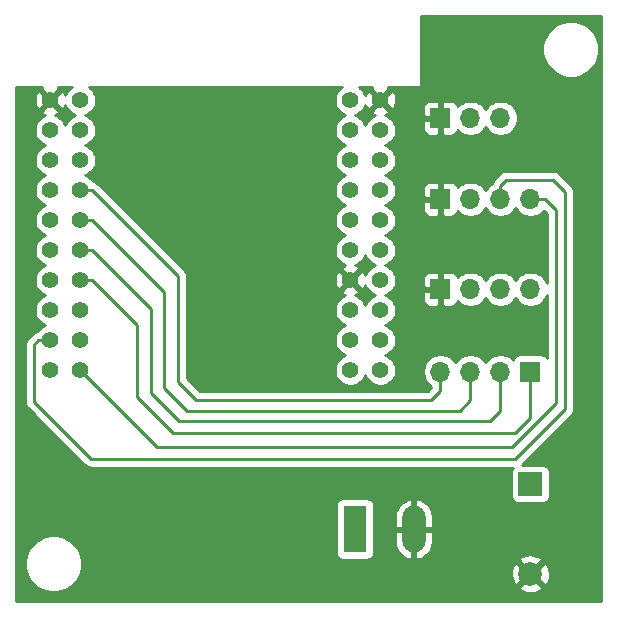
<source format=gbr>
G04 #@! TF.GenerationSoftware,KiCad,Pcbnew,(5.1.5)-3*
G04 #@! TF.CreationDate,2023-03-16T00:37:57+01:00*
G04 #@! TF.ProjectId,barcode_scanner,62617263-6f64-4655-9f73-63616e6e6572,rev?*
G04 #@! TF.SameCoordinates,Original*
G04 #@! TF.FileFunction,Copper,L2,Bot*
G04 #@! TF.FilePolarity,Positive*
%FSLAX46Y46*%
G04 Gerber Fmt 4.6, Leading zero omitted, Abs format (unit mm)*
G04 Created by KiCad (PCBNEW (5.1.5)-3) date 2023-03-16 00:37:57*
%MOMM*%
%LPD*%
G04 APERTURE LIST*
%ADD10R,1.980000X3.960000*%
%ADD11O,1.980000X3.960000*%
%ADD12C,1.400000*%
%ADD13R,1.700000X1.700000*%
%ADD14O,1.700000X1.700000*%
%ADD15C,2.000000*%
%ADD16R,2.000000X2.000000*%
%ADD17C,0.250000*%
%ADD18C,0.254000*%
G04 APERTURE END LIST*
D10*
X169037000Y-120269000D03*
D11*
X174037000Y-120269000D03*
D12*
X171196000Y-106807000D03*
X168656000Y-106807000D03*
X171196000Y-104267000D03*
X168656000Y-104267000D03*
X171196000Y-101727000D03*
X168656000Y-101727000D03*
X171196000Y-99187000D03*
X168656000Y-99187000D03*
X171196000Y-96647000D03*
X168656000Y-96647000D03*
X171196000Y-94107000D03*
X168656000Y-94107000D03*
X171196000Y-91567000D03*
X168656000Y-91567000D03*
X171196000Y-89027000D03*
X168656000Y-89027000D03*
X171196000Y-86487000D03*
X168656000Y-86487000D03*
X171196000Y-83947000D03*
X168656000Y-83947000D03*
X145796000Y-106807000D03*
X143256000Y-106807000D03*
X145796000Y-104267000D03*
X143256000Y-104267000D03*
X145796000Y-101727000D03*
X143256000Y-101727000D03*
X145796000Y-99187000D03*
X143256000Y-99187000D03*
X145796000Y-96647000D03*
X143256000Y-96647000D03*
X145796000Y-94107000D03*
X143256000Y-94107000D03*
X145796000Y-91567000D03*
X143256000Y-91567000D03*
X145796000Y-89027000D03*
X143256000Y-89027000D03*
X145796000Y-86487000D03*
X143256000Y-86487000D03*
X143256000Y-83947000D03*
X145796000Y-83947000D03*
D13*
X176276000Y-92329000D03*
D14*
X178816000Y-92329000D03*
X181356000Y-92329000D03*
X183896000Y-92329000D03*
X183896000Y-99949000D03*
X181356000Y-99949000D03*
X178816000Y-99949000D03*
D13*
X176276000Y-99949000D03*
D14*
X176276000Y-106934000D03*
X178816000Y-106934000D03*
X181356000Y-106934000D03*
D13*
X183896000Y-106934000D03*
D14*
X181356000Y-85471000D03*
X178816000Y-85471000D03*
D13*
X176276000Y-85471000D03*
D15*
X183896000Y-124059000D03*
D16*
X183896000Y-116459000D03*
D17*
X181356000Y-91186000D02*
X181356000Y-92329000D01*
X181864000Y-90678000D02*
X181356000Y-91186000D01*
X186817000Y-91694000D02*
X185801000Y-90678000D01*
X182626000Y-114300000D02*
X186817000Y-110109000D01*
X142240000Y-104267000D02*
X141859000Y-104648000D01*
X186817000Y-110109000D02*
X186817000Y-91694000D01*
X143256000Y-104267000D02*
X142240000Y-104267000D01*
X141859000Y-104648000D02*
X141859000Y-109474000D01*
X185801000Y-90678000D02*
X181864000Y-90678000D01*
X141859000Y-109474000D02*
X146685000Y-114300000D01*
X146685000Y-114300000D02*
X182626000Y-114300000D01*
X152273000Y-113284000D02*
X145796000Y-106807000D01*
X185098081Y-92329000D02*
X186055000Y-93285919D01*
X183896000Y-92329000D02*
X185098081Y-92329000D01*
X186055000Y-93285919D02*
X186055000Y-109601000D01*
X186055000Y-109601000D02*
X182372000Y-113284000D01*
X182372000Y-113284000D02*
X152273000Y-113284000D01*
X146785949Y-99187000D02*
X150622000Y-103023051D01*
X145796000Y-99187000D02*
X146785949Y-99187000D01*
X150622000Y-103023051D02*
X150622000Y-109093000D01*
X150622000Y-109093000D02*
X153670000Y-112141000D01*
X153670000Y-112141000D02*
X182626000Y-112141000D01*
X183896000Y-110871000D02*
X183896000Y-106934000D01*
X182626000Y-112141000D02*
X183896000Y-110871000D01*
X146785949Y-96647000D02*
X151765000Y-101626051D01*
X145796000Y-96647000D02*
X146785949Y-96647000D01*
X151765000Y-101626051D02*
X151765000Y-108712000D01*
X151765000Y-108712000D02*
X154178000Y-111125000D01*
X154178000Y-111125000D02*
X180467000Y-111125000D01*
X181356000Y-110236000D02*
X181356000Y-106934000D01*
X180467000Y-111125000D02*
X181356000Y-110236000D01*
X146785949Y-94107000D02*
X152908000Y-100229051D01*
X145796000Y-94107000D02*
X146785949Y-94107000D01*
X152908000Y-100229051D02*
X152908000Y-108331000D01*
X152908000Y-108331000D02*
X154813000Y-110236000D01*
X154813000Y-110236000D02*
X177927000Y-110236000D01*
X178816000Y-109347000D02*
X178816000Y-106934000D01*
X177927000Y-110236000D02*
X178816000Y-109347000D01*
X146785949Y-91567000D02*
X154051000Y-98832051D01*
X145796000Y-91567000D02*
X146785949Y-91567000D01*
X154051000Y-98832051D02*
X154051000Y-107823000D01*
X154051000Y-107823000D02*
X155575000Y-109347000D01*
X155575000Y-109347000D02*
X175514000Y-109347000D01*
X176276000Y-108585000D02*
X176276000Y-106934000D01*
X175514000Y-109347000D02*
X176276000Y-108585000D01*
D18*
G36*
X189840000Y-126340000D02*
G01*
X140360000Y-126340000D01*
X140360000Y-122979818D01*
X141091701Y-122979818D01*
X141091701Y-123456182D01*
X141184635Y-123923392D01*
X141366931Y-124363494D01*
X141631585Y-124759576D01*
X141968424Y-125096415D01*
X142364506Y-125361069D01*
X142804608Y-125543365D01*
X143271818Y-125636299D01*
X143748182Y-125636299D01*
X144215392Y-125543365D01*
X144655494Y-125361069D01*
X144904911Y-125194413D01*
X182940192Y-125194413D01*
X183035956Y-125458814D01*
X183325571Y-125599704D01*
X183637108Y-125681384D01*
X183958595Y-125700718D01*
X184277675Y-125656961D01*
X184582088Y-125551795D01*
X184756044Y-125458814D01*
X184851808Y-125194413D01*
X183896000Y-124238605D01*
X182940192Y-125194413D01*
X144904911Y-125194413D01*
X145051576Y-125096415D01*
X145388415Y-124759576D01*
X145653069Y-124363494D01*
X145753266Y-124121595D01*
X182254282Y-124121595D01*
X182298039Y-124440675D01*
X182403205Y-124745088D01*
X182496186Y-124919044D01*
X182760587Y-125014808D01*
X183716395Y-124059000D01*
X184075605Y-124059000D01*
X185031413Y-125014808D01*
X185295814Y-124919044D01*
X185436704Y-124629429D01*
X185518384Y-124317892D01*
X185537718Y-123996405D01*
X185493961Y-123677325D01*
X185388795Y-123372912D01*
X185295814Y-123198956D01*
X185031413Y-123103192D01*
X184075605Y-124059000D01*
X183716395Y-124059000D01*
X182760587Y-123103192D01*
X182496186Y-123198956D01*
X182355296Y-123488571D01*
X182273616Y-123800108D01*
X182254282Y-124121595D01*
X145753266Y-124121595D01*
X145835365Y-123923392D01*
X145928299Y-123456182D01*
X145928299Y-122979818D01*
X145917114Y-122923587D01*
X182940192Y-122923587D01*
X183896000Y-123879395D01*
X184851808Y-122923587D01*
X184756044Y-122659186D01*
X184466429Y-122518296D01*
X184154892Y-122436616D01*
X183833405Y-122417282D01*
X183514325Y-122461039D01*
X183209912Y-122566205D01*
X183035956Y-122659186D01*
X182940192Y-122923587D01*
X145917114Y-122923587D01*
X145835365Y-122512608D01*
X145653069Y-122072506D01*
X145388415Y-121676424D01*
X145051576Y-121339585D01*
X144655494Y-121074931D01*
X144215392Y-120892635D01*
X143748182Y-120799701D01*
X143271818Y-120799701D01*
X142804608Y-120892635D01*
X142364506Y-121074931D01*
X141968424Y-121339585D01*
X141631585Y-121676424D01*
X141366931Y-122072506D01*
X141184635Y-122512608D01*
X141091701Y-122979818D01*
X140360000Y-122979818D01*
X140360000Y-118289000D01*
X167408928Y-118289000D01*
X167408928Y-122249000D01*
X167421188Y-122373482D01*
X167457498Y-122493180D01*
X167516463Y-122603494D01*
X167595815Y-122700185D01*
X167692506Y-122779537D01*
X167802820Y-122838502D01*
X167922518Y-122874812D01*
X168047000Y-122887072D01*
X170027000Y-122887072D01*
X170151482Y-122874812D01*
X170271180Y-122838502D01*
X170381494Y-122779537D01*
X170478185Y-122700185D01*
X170557537Y-122603494D01*
X170616502Y-122493180D01*
X170652812Y-122373482D01*
X170665072Y-122249000D01*
X170665072Y-120396000D01*
X172412000Y-120396000D01*
X172412000Y-121386000D01*
X172468000Y-121700582D01*
X172584296Y-121998194D01*
X172756419Y-122267399D01*
X172977754Y-122497852D01*
X173239795Y-122680696D01*
X173532472Y-122808905D01*
X173658135Y-122839218D01*
X173910000Y-122719740D01*
X173910000Y-120396000D01*
X174164000Y-120396000D01*
X174164000Y-122719740D01*
X174415865Y-122839218D01*
X174541528Y-122808905D01*
X174834205Y-122680696D01*
X175096246Y-122497852D01*
X175317581Y-122267399D01*
X175489704Y-121998194D01*
X175606000Y-121700582D01*
X175662000Y-121386000D01*
X175662000Y-120396000D01*
X174164000Y-120396000D01*
X173910000Y-120396000D01*
X172412000Y-120396000D01*
X170665072Y-120396000D01*
X170665072Y-119152000D01*
X172412000Y-119152000D01*
X172412000Y-120142000D01*
X173910000Y-120142000D01*
X173910000Y-117818260D01*
X174164000Y-117818260D01*
X174164000Y-120142000D01*
X175662000Y-120142000D01*
X175662000Y-119152000D01*
X175606000Y-118837418D01*
X175489704Y-118539806D01*
X175317581Y-118270601D01*
X175096246Y-118040148D01*
X174834205Y-117857304D01*
X174541528Y-117729095D01*
X174415865Y-117698782D01*
X174164000Y-117818260D01*
X173910000Y-117818260D01*
X173658135Y-117698782D01*
X173532472Y-117729095D01*
X173239795Y-117857304D01*
X172977754Y-118040148D01*
X172756419Y-118270601D01*
X172584296Y-118539806D01*
X172468000Y-118837418D01*
X172412000Y-119152000D01*
X170665072Y-119152000D01*
X170665072Y-118289000D01*
X170652812Y-118164518D01*
X170616502Y-118044820D01*
X170557537Y-117934506D01*
X170478185Y-117837815D01*
X170381494Y-117758463D01*
X170271180Y-117699498D01*
X170151482Y-117663188D01*
X170027000Y-117650928D01*
X168047000Y-117650928D01*
X167922518Y-117663188D01*
X167802820Y-117699498D01*
X167692506Y-117758463D01*
X167595815Y-117837815D01*
X167516463Y-117934506D01*
X167457498Y-118044820D01*
X167421188Y-118164518D01*
X167408928Y-118289000D01*
X140360000Y-118289000D01*
X140360000Y-84021473D01*
X141916610Y-84021473D01*
X141956875Y-84281344D01*
X142047065Y-84528366D01*
X142100963Y-84629203D01*
X142334731Y-84688664D01*
X143076395Y-83947000D01*
X142334731Y-83205336D01*
X142100963Y-83264797D01*
X141990066Y-83503242D01*
X141927817Y-83758740D01*
X141916610Y-84021473D01*
X140360000Y-84021473D01*
X140360000Y-82804000D01*
X142570735Y-82804000D01*
X142514336Y-83025731D01*
X143256000Y-83767395D01*
X143997664Y-83025731D01*
X143941265Y-82804000D01*
X145103685Y-82804000D01*
X144944987Y-82910038D01*
X144759038Y-83095987D01*
X144612939Y-83314641D01*
X144524379Y-83528444D01*
X144464935Y-83365634D01*
X144411037Y-83264797D01*
X144177269Y-83205336D01*
X143435605Y-83947000D01*
X144177269Y-84688664D01*
X144411037Y-84629203D01*
X144521934Y-84390758D01*
X144526706Y-84371173D01*
X144612939Y-84579359D01*
X144759038Y-84798013D01*
X144944987Y-84983962D01*
X145163641Y-85130061D01*
X145373530Y-85217000D01*
X145163641Y-85303939D01*
X144944987Y-85450038D01*
X144759038Y-85635987D01*
X144612939Y-85854641D01*
X144526000Y-86064530D01*
X144439061Y-85854641D01*
X144292962Y-85635987D01*
X144107013Y-85450038D01*
X143888359Y-85303939D01*
X143674556Y-85215379D01*
X143837366Y-85155935D01*
X143938203Y-85102037D01*
X143997664Y-84868269D01*
X143256000Y-84126605D01*
X142514336Y-84868269D01*
X142573797Y-85102037D01*
X142812242Y-85212934D01*
X142831827Y-85217706D01*
X142623641Y-85303939D01*
X142404987Y-85450038D01*
X142219038Y-85635987D01*
X142072939Y-85854641D01*
X141972304Y-86097595D01*
X141921000Y-86355514D01*
X141921000Y-86618486D01*
X141972304Y-86876405D01*
X142072939Y-87119359D01*
X142219038Y-87338013D01*
X142404987Y-87523962D01*
X142623641Y-87670061D01*
X142833530Y-87757000D01*
X142623641Y-87843939D01*
X142404987Y-87990038D01*
X142219038Y-88175987D01*
X142072939Y-88394641D01*
X141972304Y-88637595D01*
X141921000Y-88895514D01*
X141921000Y-89158486D01*
X141972304Y-89416405D01*
X142072939Y-89659359D01*
X142219038Y-89878013D01*
X142404987Y-90063962D01*
X142623641Y-90210061D01*
X142833530Y-90297000D01*
X142623641Y-90383939D01*
X142404987Y-90530038D01*
X142219038Y-90715987D01*
X142072939Y-90934641D01*
X141972304Y-91177595D01*
X141921000Y-91435514D01*
X141921000Y-91698486D01*
X141972304Y-91956405D01*
X142072939Y-92199359D01*
X142219038Y-92418013D01*
X142404987Y-92603962D01*
X142623641Y-92750061D01*
X142833530Y-92837000D01*
X142623641Y-92923939D01*
X142404987Y-93070038D01*
X142219038Y-93255987D01*
X142072939Y-93474641D01*
X141972304Y-93717595D01*
X141921000Y-93975514D01*
X141921000Y-94238486D01*
X141972304Y-94496405D01*
X142072939Y-94739359D01*
X142219038Y-94958013D01*
X142404987Y-95143962D01*
X142623641Y-95290061D01*
X142833530Y-95377000D01*
X142623641Y-95463939D01*
X142404987Y-95610038D01*
X142219038Y-95795987D01*
X142072939Y-96014641D01*
X141972304Y-96257595D01*
X141921000Y-96515514D01*
X141921000Y-96778486D01*
X141972304Y-97036405D01*
X142072939Y-97279359D01*
X142219038Y-97498013D01*
X142404987Y-97683962D01*
X142623641Y-97830061D01*
X142833530Y-97917000D01*
X142623641Y-98003939D01*
X142404987Y-98150038D01*
X142219038Y-98335987D01*
X142072939Y-98554641D01*
X141972304Y-98797595D01*
X141921000Y-99055514D01*
X141921000Y-99318486D01*
X141972304Y-99576405D01*
X142072939Y-99819359D01*
X142219038Y-100038013D01*
X142404987Y-100223962D01*
X142623641Y-100370061D01*
X142833530Y-100457000D01*
X142623641Y-100543939D01*
X142404987Y-100690038D01*
X142219038Y-100875987D01*
X142072939Y-101094641D01*
X141972304Y-101337595D01*
X141921000Y-101595514D01*
X141921000Y-101858486D01*
X141972304Y-102116405D01*
X142072939Y-102359359D01*
X142219038Y-102578013D01*
X142404987Y-102763962D01*
X142623641Y-102910061D01*
X142833530Y-102997000D01*
X142623641Y-103083939D01*
X142404987Y-103230038D01*
X142219038Y-103415987D01*
X142155095Y-103511686D01*
X142091014Y-103517997D01*
X141947753Y-103561454D01*
X141815724Y-103632026D01*
X141699999Y-103726999D01*
X141676196Y-103756003D01*
X141348003Y-104084196D01*
X141318999Y-104107999D01*
X141263871Y-104175174D01*
X141224026Y-104223724D01*
X141200894Y-104267001D01*
X141153454Y-104355754D01*
X141109997Y-104499015D01*
X141099000Y-104610668D01*
X141099000Y-104610678D01*
X141095324Y-104648000D01*
X141099000Y-104685323D01*
X141099001Y-109436668D01*
X141095324Y-109474000D01*
X141099001Y-109511333D01*
X141109998Y-109622986D01*
X141114931Y-109639247D01*
X141153454Y-109766246D01*
X141224026Y-109898276D01*
X141292715Y-109981973D01*
X141319000Y-110014001D01*
X141347998Y-110037799D01*
X146121201Y-114811003D01*
X146144999Y-114840001D01*
X146260724Y-114934974D01*
X146392753Y-115005546D01*
X146536014Y-115049003D01*
X146647667Y-115060000D01*
X146647675Y-115060000D01*
X146685000Y-115063676D01*
X146722325Y-115060000D01*
X182401988Y-115060000D01*
X182365463Y-115104506D01*
X182306498Y-115214820D01*
X182270188Y-115334518D01*
X182257928Y-115459000D01*
X182257928Y-117459000D01*
X182270188Y-117583482D01*
X182306498Y-117703180D01*
X182365463Y-117813494D01*
X182444815Y-117910185D01*
X182541506Y-117989537D01*
X182651820Y-118048502D01*
X182771518Y-118084812D01*
X182896000Y-118097072D01*
X184896000Y-118097072D01*
X185020482Y-118084812D01*
X185140180Y-118048502D01*
X185250494Y-117989537D01*
X185347185Y-117910185D01*
X185426537Y-117813494D01*
X185485502Y-117703180D01*
X185521812Y-117583482D01*
X185534072Y-117459000D01*
X185534072Y-115459000D01*
X185521812Y-115334518D01*
X185485502Y-115214820D01*
X185426537Y-115104506D01*
X185347185Y-115007815D01*
X185250494Y-114928463D01*
X185140180Y-114869498D01*
X185020482Y-114833188D01*
X184896000Y-114820928D01*
X183181654Y-114820928D01*
X183189804Y-114810997D01*
X187328004Y-110672798D01*
X187357001Y-110649001D01*
X187409526Y-110584999D01*
X187451974Y-110533277D01*
X187522546Y-110401247D01*
X187551074Y-110307201D01*
X187566003Y-110257986D01*
X187577000Y-110146333D01*
X187577000Y-110146324D01*
X187580676Y-110109001D01*
X187577000Y-110071678D01*
X187577000Y-91731322D01*
X187580676Y-91694000D01*
X187577000Y-91656677D01*
X187577000Y-91656667D01*
X187566003Y-91545014D01*
X187522546Y-91401753D01*
X187497298Y-91354518D01*
X187451974Y-91269723D01*
X187380799Y-91182997D01*
X187357001Y-91153999D01*
X187328003Y-91130201D01*
X186364804Y-90167002D01*
X186341001Y-90137999D01*
X186225276Y-90043026D01*
X186093247Y-89972454D01*
X185949986Y-89928997D01*
X185838333Y-89918000D01*
X185838322Y-89918000D01*
X185801000Y-89914324D01*
X185763678Y-89918000D01*
X181901322Y-89918000D01*
X181863999Y-89914324D01*
X181826676Y-89918000D01*
X181826667Y-89918000D01*
X181715014Y-89928997D01*
X181571753Y-89972454D01*
X181439724Y-90043026D01*
X181323999Y-90137999D01*
X181300200Y-90166998D01*
X180845002Y-90622197D01*
X180815999Y-90645999D01*
X180789737Y-90678000D01*
X180721026Y-90761724D01*
X180686142Y-90826987D01*
X180650454Y-90893754D01*
X180606997Y-91037015D01*
X180606316Y-91043929D01*
X180409368Y-91175525D01*
X180202525Y-91382368D01*
X180086000Y-91556760D01*
X179969475Y-91382368D01*
X179762632Y-91175525D01*
X179519411Y-91013010D01*
X179249158Y-90901068D01*
X178962260Y-90844000D01*
X178669740Y-90844000D01*
X178382842Y-90901068D01*
X178112589Y-91013010D01*
X177869368Y-91175525D01*
X177737513Y-91307380D01*
X177715502Y-91234820D01*
X177656537Y-91124506D01*
X177577185Y-91027815D01*
X177480494Y-90948463D01*
X177370180Y-90889498D01*
X177250482Y-90853188D01*
X177126000Y-90840928D01*
X176561750Y-90844000D01*
X176403000Y-91002750D01*
X176403000Y-92202000D01*
X176423000Y-92202000D01*
X176423000Y-92456000D01*
X176403000Y-92456000D01*
X176403000Y-93655250D01*
X176561750Y-93814000D01*
X177126000Y-93817072D01*
X177250482Y-93804812D01*
X177370180Y-93768502D01*
X177480494Y-93709537D01*
X177577185Y-93630185D01*
X177656537Y-93533494D01*
X177715502Y-93423180D01*
X177737513Y-93350620D01*
X177869368Y-93482475D01*
X178112589Y-93644990D01*
X178382842Y-93756932D01*
X178669740Y-93814000D01*
X178962260Y-93814000D01*
X179249158Y-93756932D01*
X179519411Y-93644990D01*
X179762632Y-93482475D01*
X179969475Y-93275632D01*
X180086000Y-93101240D01*
X180202525Y-93275632D01*
X180409368Y-93482475D01*
X180652589Y-93644990D01*
X180922842Y-93756932D01*
X181209740Y-93814000D01*
X181502260Y-93814000D01*
X181789158Y-93756932D01*
X182059411Y-93644990D01*
X182302632Y-93482475D01*
X182509475Y-93275632D01*
X182626000Y-93101240D01*
X182742525Y-93275632D01*
X182949368Y-93482475D01*
X183192589Y-93644990D01*
X183462842Y-93756932D01*
X183749740Y-93814000D01*
X184042260Y-93814000D01*
X184329158Y-93756932D01*
X184599411Y-93644990D01*
X184842632Y-93482475D01*
X185009693Y-93315414D01*
X185295000Y-93600721D01*
X185295000Y-99445995D01*
X185211990Y-99245589D01*
X185049475Y-99002368D01*
X184842632Y-98795525D01*
X184599411Y-98633010D01*
X184329158Y-98521068D01*
X184042260Y-98464000D01*
X183749740Y-98464000D01*
X183462842Y-98521068D01*
X183192589Y-98633010D01*
X182949368Y-98795525D01*
X182742525Y-99002368D01*
X182626000Y-99176760D01*
X182509475Y-99002368D01*
X182302632Y-98795525D01*
X182059411Y-98633010D01*
X181789158Y-98521068D01*
X181502260Y-98464000D01*
X181209740Y-98464000D01*
X180922842Y-98521068D01*
X180652589Y-98633010D01*
X180409368Y-98795525D01*
X180202525Y-99002368D01*
X180086000Y-99176760D01*
X179969475Y-99002368D01*
X179762632Y-98795525D01*
X179519411Y-98633010D01*
X179249158Y-98521068D01*
X178962260Y-98464000D01*
X178669740Y-98464000D01*
X178382842Y-98521068D01*
X178112589Y-98633010D01*
X177869368Y-98795525D01*
X177737513Y-98927380D01*
X177715502Y-98854820D01*
X177656537Y-98744506D01*
X177577185Y-98647815D01*
X177480494Y-98568463D01*
X177370180Y-98509498D01*
X177250482Y-98473188D01*
X177126000Y-98460928D01*
X176561750Y-98464000D01*
X176403000Y-98622750D01*
X176403000Y-99822000D01*
X176423000Y-99822000D01*
X176423000Y-100076000D01*
X176403000Y-100076000D01*
X176403000Y-101275250D01*
X176561750Y-101434000D01*
X177126000Y-101437072D01*
X177250482Y-101424812D01*
X177370180Y-101388502D01*
X177480494Y-101329537D01*
X177577185Y-101250185D01*
X177656537Y-101153494D01*
X177715502Y-101043180D01*
X177737513Y-100970620D01*
X177869368Y-101102475D01*
X178112589Y-101264990D01*
X178382842Y-101376932D01*
X178669740Y-101434000D01*
X178962260Y-101434000D01*
X179249158Y-101376932D01*
X179519411Y-101264990D01*
X179762632Y-101102475D01*
X179969475Y-100895632D01*
X180086000Y-100721240D01*
X180202525Y-100895632D01*
X180409368Y-101102475D01*
X180652589Y-101264990D01*
X180922842Y-101376932D01*
X181209740Y-101434000D01*
X181502260Y-101434000D01*
X181789158Y-101376932D01*
X182059411Y-101264990D01*
X182302632Y-101102475D01*
X182509475Y-100895632D01*
X182626000Y-100721240D01*
X182742525Y-100895632D01*
X182949368Y-101102475D01*
X183192589Y-101264990D01*
X183462842Y-101376932D01*
X183749740Y-101434000D01*
X184042260Y-101434000D01*
X184329158Y-101376932D01*
X184599411Y-101264990D01*
X184842632Y-101102475D01*
X185049475Y-100895632D01*
X185211990Y-100652411D01*
X185295000Y-100452005D01*
X185295001Y-105764049D01*
X185276537Y-105729506D01*
X185197185Y-105632815D01*
X185100494Y-105553463D01*
X184990180Y-105494498D01*
X184870482Y-105458188D01*
X184746000Y-105445928D01*
X183046000Y-105445928D01*
X182921518Y-105458188D01*
X182801820Y-105494498D01*
X182691506Y-105553463D01*
X182594815Y-105632815D01*
X182515463Y-105729506D01*
X182456498Y-105839820D01*
X182434487Y-105912380D01*
X182302632Y-105780525D01*
X182059411Y-105618010D01*
X181789158Y-105506068D01*
X181502260Y-105449000D01*
X181209740Y-105449000D01*
X180922842Y-105506068D01*
X180652589Y-105618010D01*
X180409368Y-105780525D01*
X180202525Y-105987368D01*
X180086000Y-106161760D01*
X179969475Y-105987368D01*
X179762632Y-105780525D01*
X179519411Y-105618010D01*
X179249158Y-105506068D01*
X178962260Y-105449000D01*
X178669740Y-105449000D01*
X178382842Y-105506068D01*
X178112589Y-105618010D01*
X177869368Y-105780525D01*
X177662525Y-105987368D01*
X177546000Y-106161760D01*
X177429475Y-105987368D01*
X177222632Y-105780525D01*
X176979411Y-105618010D01*
X176709158Y-105506068D01*
X176422260Y-105449000D01*
X176129740Y-105449000D01*
X175842842Y-105506068D01*
X175572589Y-105618010D01*
X175329368Y-105780525D01*
X175122525Y-105987368D01*
X174960010Y-106230589D01*
X174848068Y-106500842D01*
X174791000Y-106787740D01*
X174791000Y-107080260D01*
X174848068Y-107367158D01*
X174960010Y-107637411D01*
X175122525Y-107880632D01*
X175329368Y-108087475D01*
X175516000Y-108212179D01*
X175516000Y-108270198D01*
X175199199Y-108587000D01*
X155889803Y-108587000D01*
X154811000Y-107508199D01*
X154811000Y-99261473D01*
X167316610Y-99261473D01*
X167356875Y-99521344D01*
X167447065Y-99768366D01*
X167500963Y-99869203D01*
X167734731Y-99928664D01*
X168476395Y-99187000D01*
X167734731Y-98445336D01*
X167500963Y-98504797D01*
X167390066Y-98743242D01*
X167327817Y-98998740D01*
X167316610Y-99261473D01*
X154811000Y-99261473D01*
X154811000Y-98869376D01*
X154814676Y-98832051D01*
X154811000Y-98794726D01*
X154811000Y-98794718D01*
X154800003Y-98683065D01*
X154756546Y-98539804D01*
X154685974Y-98407775D01*
X154591001Y-98292050D01*
X154562004Y-98268253D01*
X147349753Y-91056003D01*
X147325950Y-91026999D01*
X147210225Y-90932026D01*
X147078196Y-90861454D01*
X146934935Y-90817997D01*
X146898740Y-90814432D01*
X146832962Y-90715987D01*
X146647013Y-90530038D01*
X146428359Y-90383939D01*
X146218470Y-90297000D01*
X146428359Y-90210061D01*
X146647013Y-90063962D01*
X146832962Y-89878013D01*
X146979061Y-89659359D01*
X147079696Y-89416405D01*
X147131000Y-89158486D01*
X147131000Y-88895514D01*
X147079696Y-88637595D01*
X146979061Y-88394641D01*
X146832962Y-88175987D01*
X146647013Y-87990038D01*
X146428359Y-87843939D01*
X146218470Y-87757000D01*
X146428359Y-87670061D01*
X146647013Y-87523962D01*
X146832962Y-87338013D01*
X146979061Y-87119359D01*
X147079696Y-86876405D01*
X147131000Y-86618486D01*
X147131000Y-86355514D01*
X147079696Y-86097595D01*
X146979061Y-85854641D01*
X146832962Y-85635987D01*
X146647013Y-85450038D01*
X146428359Y-85303939D01*
X146218470Y-85217000D01*
X146428359Y-85130061D01*
X146647013Y-84983962D01*
X146832962Y-84798013D01*
X146979061Y-84579359D01*
X147079696Y-84336405D01*
X147131000Y-84078486D01*
X147131000Y-83815514D01*
X147079696Y-83557595D01*
X146979061Y-83314641D01*
X146832962Y-83095987D01*
X146647013Y-82910038D01*
X146488315Y-82804000D01*
X167963685Y-82804000D01*
X167804987Y-82910038D01*
X167619038Y-83095987D01*
X167472939Y-83314641D01*
X167372304Y-83557595D01*
X167321000Y-83815514D01*
X167321000Y-84078486D01*
X167372304Y-84336405D01*
X167472939Y-84579359D01*
X167619038Y-84798013D01*
X167804987Y-84983962D01*
X168023641Y-85130061D01*
X168233530Y-85217000D01*
X168023641Y-85303939D01*
X167804987Y-85450038D01*
X167619038Y-85635987D01*
X167472939Y-85854641D01*
X167372304Y-86097595D01*
X167321000Y-86355514D01*
X167321000Y-86618486D01*
X167372304Y-86876405D01*
X167472939Y-87119359D01*
X167619038Y-87338013D01*
X167804987Y-87523962D01*
X168023641Y-87670061D01*
X168233530Y-87757000D01*
X168023641Y-87843939D01*
X167804987Y-87990038D01*
X167619038Y-88175987D01*
X167472939Y-88394641D01*
X167372304Y-88637595D01*
X167321000Y-88895514D01*
X167321000Y-89158486D01*
X167372304Y-89416405D01*
X167472939Y-89659359D01*
X167619038Y-89878013D01*
X167804987Y-90063962D01*
X168023641Y-90210061D01*
X168233530Y-90297000D01*
X168023641Y-90383939D01*
X167804987Y-90530038D01*
X167619038Y-90715987D01*
X167472939Y-90934641D01*
X167372304Y-91177595D01*
X167321000Y-91435514D01*
X167321000Y-91698486D01*
X167372304Y-91956405D01*
X167472939Y-92199359D01*
X167619038Y-92418013D01*
X167804987Y-92603962D01*
X168023641Y-92750061D01*
X168233530Y-92837000D01*
X168023641Y-92923939D01*
X167804987Y-93070038D01*
X167619038Y-93255987D01*
X167472939Y-93474641D01*
X167372304Y-93717595D01*
X167321000Y-93975514D01*
X167321000Y-94238486D01*
X167372304Y-94496405D01*
X167472939Y-94739359D01*
X167619038Y-94958013D01*
X167804987Y-95143962D01*
X168023641Y-95290061D01*
X168233530Y-95377000D01*
X168023641Y-95463939D01*
X167804987Y-95610038D01*
X167619038Y-95795987D01*
X167472939Y-96014641D01*
X167372304Y-96257595D01*
X167321000Y-96515514D01*
X167321000Y-96778486D01*
X167372304Y-97036405D01*
X167472939Y-97279359D01*
X167619038Y-97498013D01*
X167804987Y-97683962D01*
X168023641Y-97830061D01*
X168237444Y-97918621D01*
X168074634Y-97978065D01*
X167973797Y-98031963D01*
X167914336Y-98265731D01*
X168656000Y-99007395D01*
X169397664Y-98265731D01*
X169338203Y-98031963D01*
X169099758Y-97921066D01*
X169080173Y-97916294D01*
X169288359Y-97830061D01*
X169507013Y-97683962D01*
X169692962Y-97498013D01*
X169839061Y-97279359D01*
X169926000Y-97069470D01*
X170012939Y-97279359D01*
X170159038Y-97498013D01*
X170344987Y-97683962D01*
X170563641Y-97830061D01*
X170773530Y-97917000D01*
X170563641Y-98003939D01*
X170344987Y-98150038D01*
X170159038Y-98335987D01*
X170012939Y-98554641D01*
X169924379Y-98768444D01*
X169864935Y-98605634D01*
X169811037Y-98504797D01*
X169577269Y-98445336D01*
X168835605Y-99187000D01*
X169577269Y-99928664D01*
X169811037Y-99869203D01*
X169921934Y-99630758D01*
X169926706Y-99611173D01*
X170012939Y-99819359D01*
X170159038Y-100038013D01*
X170344987Y-100223962D01*
X170563641Y-100370061D01*
X170773530Y-100457000D01*
X170563641Y-100543939D01*
X170344987Y-100690038D01*
X170159038Y-100875987D01*
X170012939Y-101094641D01*
X169926000Y-101304530D01*
X169839061Y-101094641D01*
X169692962Y-100875987D01*
X169507013Y-100690038D01*
X169288359Y-100543939D01*
X169074556Y-100455379D01*
X169237366Y-100395935D01*
X169338203Y-100342037D01*
X169397664Y-100108269D01*
X168656000Y-99366605D01*
X167914336Y-100108269D01*
X167973797Y-100342037D01*
X168212242Y-100452934D01*
X168231827Y-100457706D01*
X168023641Y-100543939D01*
X167804987Y-100690038D01*
X167619038Y-100875987D01*
X167472939Y-101094641D01*
X167372304Y-101337595D01*
X167321000Y-101595514D01*
X167321000Y-101858486D01*
X167372304Y-102116405D01*
X167472939Y-102359359D01*
X167619038Y-102578013D01*
X167804987Y-102763962D01*
X168023641Y-102910061D01*
X168233530Y-102997000D01*
X168023641Y-103083939D01*
X167804987Y-103230038D01*
X167619038Y-103415987D01*
X167472939Y-103634641D01*
X167372304Y-103877595D01*
X167321000Y-104135514D01*
X167321000Y-104398486D01*
X167372304Y-104656405D01*
X167472939Y-104899359D01*
X167619038Y-105118013D01*
X167804987Y-105303962D01*
X168023641Y-105450061D01*
X168233530Y-105537000D01*
X168023641Y-105623939D01*
X167804987Y-105770038D01*
X167619038Y-105955987D01*
X167472939Y-106174641D01*
X167372304Y-106417595D01*
X167321000Y-106675514D01*
X167321000Y-106938486D01*
X167372304Y-107196405D01*
X167472939Y-107439359D01*
X167619038Y-107658013D01*
X167804987Y-107843962D01*
X168023641Y-107990061D01*
X168266595Y-108090696D01*
X168524514Y-108142000D01*
X168787486Y-108142000D01*
X169045405Y-108090696D01*
X169288359Y-107990061D01*
X169507013Y-107843962D01*
X169692962Y-107658013D01*
X169839061Y-107439359D01*
X169926000Y-107229470D01*
X170012939Y-107439359D01*
X170159038Y-107658013D01*
X170344987Y-107843962D01*
X170563641Y-107990061D01*
X170806595Y-108090696D01*
X171064514Y-108142000D01*
X171327486Y-108142000D01*
X171585405Y-108090696D01*
X171828359Y-107990061D01*
X172047013Y-107843962D01*
X172232962Y-107658013D01*
X172379061Y-107439359D01*
X172479696Y-107196405D01*
X172531000Y-106938486D01*
X172531000Y-106675514D01*
X172479696Y-106417595D01*
X172379061Y-106174641D01*
X172232962Y-105955987D01*
X172047013Y-105770038D01*
X171828359Y-105623939D01*
X171618470Y-105537000D01*
X171828359Y-105450061D01*
X172047013Y-105303962D01*
X172232962Y-105118013D01*
X172379061Y-104899359D01*
X172479696Y-104656405D01*
X172531000Y-104398486D01*
X172531000Y-104135514D01*
X172479696Y-103877595D01*
X172379061Y-103634641D01*
X172232962Y-103415987D01*
X172047013Y-103230038D01*
X171828359Y-103083939D01*
X171618470Y-102997000D01*
X171828359Y-102910061D01*
X172047013Y-102763962D01*
X172232962Y-102578013D01*
X172379061Y-102359359D01*
X172479696Y-102116405D01*
X172531000Y-101858486D01*
X172531000Y-101595514D01*
X172479696Y-101337595D01*
X172379061Y-101094641D01*
X172232962Y-100875987D01*
X172155975Y-100799000D01*
X174787928Y-100799000D01*
X174800188Y-100923482D01*
X174836498Y-101043180D01*
X174895463Y-101153494D01*
X174974815Y-101250185D01*
X175071506Y-101329537D01*
X175181820Y-101388502D01*
X175301518Y-101424812D01*
X175426000Y-101437072D01*
X175990250Y-101434000D01*
X176149000Y-101275250D01*
X176149000Y-100076000D01*
X174949750Y-100076000D01*
X174791000Y-100234750D01*
X174787928Y-100799000D01*
X172155975Y-100799000D01*
X172047013Y-100690038D01*
X171828359Y-100543939D01*
X171618470Y-100457000D01*
X171828359Y-100370061D01*
X172047013Y-100223962D01*
X172232962Y-100038013D01*
X172379061Y-99819359D01*
X172479696Y-99576405D01*
X172531000Y-99318486D01*
X172531000Y-99099000D01*
X174787928Y-99099000D01*
X174791000Y-99663250D01*
X174949750Y-99822000D01*
X176149000Y-99822000D01*
X176149000Y-98622750D01*
X175990250Y-98464000D01*
X175426000Y-98460928D01*
X175301518Y-98473188D01*
X175181820Y-98509498D01*
X175071506Y-98568463D01*
X174974815Y-98647815D01*
X174895463Y-98744506D01*
X174836498Y-98854820D01*
X174800188Y-98974518D01*
X174787928Y-99099000D01*
X172531000Y-99099000D01*
X172531000Y-99055514D01*
X172479696Y-98797595D01*
X172379061Y-98554641D01*
X172232962Y-98335987D01*
X172047013Y-98150038D01*
X171828359Y-98003939D01*
X171618470Y-97917000D01*
X171828359Y-97830061D01*
X172047013Y-97683962D01*
X172232962Y-97498013D01*
X172379061Y-97279359D01*
X172479696Y-97036405D01*
X172531000Y-96778486D01*
X172531000Y-96515514D01*
X172479696Y-96257595D01*
X172379061Y-96014641D01*
X172232962Y-95795987D01*
X172047013Y-95610038D01*
X171828359Y-95463939D01*
X171618470Y-95377000D01*
X171828359Y-95290061D01*
X172047013Y-95143962D01*
X172232962Y-94958013D01*
X172379061Y-94739359D01*
X172479696Y-94496405D01*
X172531000Y-94238486D01*
X172531000Y-93975514D01*
X172479696Y-93717595D01*
X172379061Y-93474641D01*
X172232962Y-93255987D01*
X172155975Y-93179000D01*
X174787928Y-93179000D01*
X174800188Y-93303482D01*
X174836498Y-93423180D01*
X174895463Y-93533494D01*
X174974815Y-93630185D01*
X175071506Y-93709537D01*
X175181820Y-93768502D01*
X175301518Y-93804812D01*
X175426000Y-93817072D01*
X175990250Y-93814000D01*
X176149000Y-93655250D01*
X176149000Y-92456000D01*
X174949750Y-92456000D01*
X174791000Y-92614750D01*
X174787928Y-93179000D01*
X172155975Y-93179000D01*
X172047013Y-93070038D01*
X171828359Y-92923939D01*
X171618470Y-92837000D01*
X171828359Y-92750061D01*
X172047013Y-92603962D01*
X172232962Y-92418013D01*
X172379061Y-92199359D01*
X172479696Y-91956405D01*
X172531000Y-91698486D01*
X172531000Y-91479000D01*
X174787928Y-91479000D01*
X174791000Y-92043250D01*
X174949750Y-92202000D01*
X176149000Y-92202000D01*
X176149000Y-91002750D01*
X175990250Y-90844000D01*
X175426000Y-90840928D01*
X175301518Y-90853188D01*
X175181820Y-90889498D01*
X175071506Y-90948463D01*
X174974815Y-91027815D01*
X174895463Y-91124506D01*
X174836498Y-91234820D01*
X174800188Y-91354518D01*
X174787928Y-91479000D01*
X172531000Y-91479000D01*
X172531000Y-91435514D01*
X172479696Y-91177595D01*
X172379061Y-90934641D01*
X172232962Y-90715987D01*
X172047013Y-90530038D01*
X171828359Y-90383939D01*
X171618470Y-90297000D01*
X171828359Y-90210061D01*
X172047013Y-90063962D01*
X172232962Y-89878013D01*
X172379061Y-89659359D01*
X172479696Y-89416405D01*
X172531000Y-89158486D01*
X172531000Y-88895514D01*
X172479696Y-88637595D01*
X172379061Y-88394641D01*
X172232962Y-88175987D01*
X172047013Y-87990038D01*
X171828359Y-87843939D01*
X171618470Y-87757000D01*
X171828359Y-87670061D01*
X172047013Y-87523962D01*
X172232962Y-87338013D01*
X172379061Y-87119359D01*
X172479696Y-86876405D01*
X172531000Y-86618486D01*
X172531000Y-86355514D01*
X172524135Y-86321000D01*
X174787928Y-86321000D01*
X174800188Y-86445482D01*
X174836498Y-86565180D01*
X174895463Y-86675494D01*
X174974815Y-86772185D01*
X175071506Y-86851537D01*
X175181820Y-86910502D01*
X175301518Y-86946812D01*
X175426000Y-86959072D01*
X175990250Y-86956000D01*
X176149000Y-86797250D01*
X176149000Y-85598000D01*
X174949750Y-85598000D01*
X174791000Y-85756750D01*
X174787928Y-86321000D01*
X172524135Y-86321000D01*
X172479696Y-86097595D01*
X172379061Y-85854641D01*
X172232962Y-85635987D01*
X172047013Y-85450038D01*
X171828359Y-85303939D01*
X171614556Y-85215379D01*
X171777366Y-85155935D01*
X171878203Y-85102037D01*
X171937664Y-84868269D01*
X171196000Y-84126605D01*
X170454336Y-84868269D01*
X170513797Y-85102037D01*
X170752242Y-85212934D01*
X170771827Y-85217706D01*
X170563641Y-85303939D01*
X170344987Y-85450038D01*
X170159038Y-85635987D01*
X170012939Y-85854641D01*
X169926000Y-86064530D01*
X169839061Y-85854641D01*
X169692962Y-85635987D01*
X169507013Y-85450038D01*
X169288359Y-85303939D01*
X169078470Y-85217000D01*
X169288359Y-85130061D01*
X169507013Y-84983962D01*
X169692962Y-84798013D01*
X169839061Y-84579359D01*
X169927621Y-84365556D01*
X169987065Y-84528366D01*
X170040963Y-84629203D01*
X170274731Y-84688664D01*
X171016395Y-83947000D01*
X171375605Y-83947000D01*
X172117269Y-84688664D01*
X172351037Y-84629203D01*
X172354852Y-84621000D01*
X174787928Y-84621000D01*
X174791000Y-85185250D01*
X174949750Y-85344000D01*
X176149000Y-85344000D01*
X176149000Y-84144750D01*
X176403000Y-84144750D01*
X176403000Y-85344000D01*
X176423000Y-85344000D01*
X176423000Y-85598000D01*
X176403000Y-85598000D01*
X176403000Y-86797250D01*
X176561750Y-86956000D01*
X177126000Y-86959072D01*
X177250482Y-86946812D01*
X177370180Y-86910502D01*
X177480494Y-86851537D01*
X177577185Y-86772185D01*
X177656537Y-86675494D01*
X177715502Y-86565180D01*
X177737513Y-86492620D01*
X177869368Y-86624475D01*
X178112589Y-86786990D01*
X178382842Y-86898932D01*
X178669740Y-86956000D01*
X178962260Y-86956000D01*
X179249158Y-86898932D01*
X179519411Y-86786990D01*
X179762632Y-86624475D01*
X179969475Y-86417632D01*
X180086000Y-86243240D01*
X180202525Y-86417632D01*
X180409368Y-86624475D01*
X180652589Y-86786990D01*
X180922842Y-86898932D01*
X181209740Y-86956000D01*
X181502260Y-86956000D01*
X181789158Y-86898932D01*
X182059411Y-86786990D01*
X182302632Y-86624475D01*
X182509475Y-86417632D01*
X182671990Y-86174411D01*
X182783932Y-85904158D01*
X182841000Y-85617260D01*
X182841000Y-85324740D01*
X182783932Y-85037842D01*
X182671990Y-84767589D01*
X182509475Y-84524368D01*
X182302632Y-84317525D01*
X182059411Y-84155010D01*
X181789158Y-84043068D01*
X181502260Y-83986000D01*
X181209740Y-83986000D01*
X180922842Y-84043068D01*
X180652589Y-84155010D01*
X180409368Y-84317525D01*
X180202525Y-84524368D01*
X180086000Y-84698760D01*
X179969475Y-84524368D01*
X179762632Y-84317525D01*
X179519411Y-84155010D01*
X179249158Y-84043068D01*
X178962260Y-83986000D01*
X178669740Y-83986000D01*
X178382842Y-84043068D01*
X178112589Y-84155010D01*
X177869368Y-84317525D01*
X177737513Y-84449380D01*
X177715502Y-84376820D01*
X177656537Y-84266506D01*
X177577185Y-84169815D01*
X177480494Y-84090463D01*
X177370180Y-84031498D01*
X177250482Y-83995188D01*
X177126000Y-83982928D01*
X176561750Y-83986000D01*
X176403000Y-84144750D01*
X176149000Y-84144750D01*
X175990250Y-83986000D01*
X175426000Y-83982928D01*
X175301518Y-83995188D01*
X175181820Y-84031498D01*
X175071506Y-84090463D01*
X174974815Y-84169815D01*
X174895463Y-84266506D01*
X174836498Y-84376820D01*
X174800188Y-84496518D01*
X174787928Y-84621000D01*
X172354852Y-84621000D01*
X172461934Y-84390758D01*
X172524183Y-84135260D01*
X172535390Y-83872527D01*
X172495125Y-83612656D01*
X172404935Y-83365634D01*
X172351037Y-83264797D01*
X172117269Y-83205336D01*
X171375605Y-83947000D01*
X171016395Y-83947000D01*
X170274731Y-83205336D01*
X170040963Y-83264797D01*
X169930066Y-83503242D01*
X169925294Y-83522827D01*
X169839061Y-83314641D01*
X169692962Y-83095987D01*
X169507013Y-82910038D01*
X169348315Y-82804000D01*
X170510735Y-82804000D01*
X170454336Y-83025731D01*
X171196000Y-83767395D01*
X171937664Y-83025731D01*
X171881265Y-82804000D01*
X174498000Y-82804000D01*
X174522776Y-82801560D01*
X174546601Y-82794333D01*
X174568557Y-82782597D01*
X174587803Y-82766803D01*
X174603597Y-82747557D01*
X174615333Y-82725601D01*
X174622560Y-82701776D01*
X174625000Y-82677000D01*
X174625000Y-79390818D01*
X184906701Y-79390818D01*
X184906701Y-79867182D01*
X184999635Y-80334392D01*
X185181931Y-80774494D01*
X185446585Y-81170576D01*
X185783424Y-81507415D01*
X186179506Y-81772069D01*
X186619608Y-81954365D01*
X187086818Y-82047299D01*
X187563182Y-82047299D01*
X188030392Y-81954365D01*
X188470494Y-81772069D01*
X188866576Y-81507415D01*
X189203415Y-81170576D01*
X189468069Y-80774494D01*
X189650365Y-80334392D01*
X189743299Y-79867182D01*
X189743299Y-79390818D01*
X189650365Y-78923608D01*
X189468069Y-78483506D01*
X189203415Y-78087424D01*
X188866576Y-77750585D01*
X188470494Y-77485931D01*
X188030392Y-77303635D01*
X187563182Y-77210701D01*
X187086818Y-77210701D01*
X186619608Y-77303635D01*
X186179506Y-77485931D01*
X185783424Y-77750585D01*
X185446585Y-78087424D01*
X185181931Y-78483506D01*
X184999635Y-78923608D01*
X184906701Y-79390818D01*
X174625000Y-79390818D01*
X174625000Y-76860000D01*
X189840001Y-76860000D01*
X189840000Y-126340000D01*
G37*
X189840000Y-126340000D02*
X140360000Y-126340000D01*
X140360000Y-122979818D01*
X141091701Y-122979818D01*
X141091701Y-123456182D01*
X141184635Y-123923392D01*
X141366931Y-124363494D01*
X141631585Y-124759576D01*
X141968424Y-125096415D01*
X142364506Y-125361069D01*
X142804608Y-125543365D01*
X143271818Y-125636299D01*
X143748182Y-125636299D01*
X144215392Y-125543365D01*
X144655494Y-125361069D01*
X144904911Y-125194413D01*
X182940192Y-125194413D01*
X183035956Y-125458814D01*
X183325571Y-125599704D01*
X183637108Y-125681384D01*
X183958595Y-125700718D01*
X184277675Y-125656961D01*
X184582088Y-125551795D01*
X184756044Y-125458814D01*
X184851808Y-125194413D01*
X183896000Y-124238605D01*
X182940192Y-125194413D01*
X144904911Y-125194413D01*
X145051576Y-125096415D01*
X145388415Y-124759576D01*
X145653069Y-124363494D01*
X145753266Y-124121595D01*
X182254282Y-124121595D01*
X182298039Y-124440675D01*
X182403205Y-124745088D01*
X182496186Y-124919044D01*
X182760587Y-125014808D01*
X183716395Y-124059000D01*
X184075605Y-124059000D01*
X185031413Y-125014808D01*
X185295814Y-124919044D01*
X185436704Y-124629429D01*
X185518384Y-124317892D01*
X185537718Y-123996405D01*
X185493961Y-123677325D01*
X185388795Y-123372912D01*
X185295814Y-123198956D01*
X185031413Y-123103192D01*
X184075605Y-124059000D01*
X183716395Y-124059000D01*
X182760587Y-123103192D01*
X182496186Y-123198956D01*
X182355296Y-123488571D01*
X182273616Y-123800108D01*
X182254282Y-124121595D01*
X145753266Y-124121595D01*
X145835365Y-123923392D01*
X145928299Y-123456182D01*
X145928299Y-122979818D01*
X145917114Y-122923587D01*
X182940192Y-122923587D01*
X183896000Y-123879395D01*
X184851808Y-122923587D01*
X184756044Y-122659186D01*
X184466429Y-122518296D01*
X184154892Y-122436616D01*
X183833405Y-122417282D01*
X183514325Y-122461039D01*
X183209912Y-122566205D01*
X183035956Y-122659186D01*
X182940192Y-122923587D01*
X145917114Y-122923587D01*
X145835365Y-122512608D01*
X145653069Y-122072506D01*
X145388415Y-121676424D01*
X145051576Y-121339585D01*
X144655494Y-121074931D01*
X144215392Y-120892635D01*
X143748182Y-120799701D01*
X143271818Y-120799701D01*
X142804608Y-120892635D01*
X142364506Y-121074931D01*
X141968424Y-121339585D01*
X141631585Y-121676424D01*
X141366931Y-122072506D01*
X141184635Y-122512608D01*
X141091701Y-122979818D01*
X140360000Y-122979818D01*
X140360000Y-118289000D01*
X167408928Y-118289000D01*
X167408928Y-122249000D01*
X167421188Y-122373482D01*
X167457498Y-122493180D01*
X167516463Y-122603494D01*
X167595815Y-122700185D01*
X167692506Y-122779537D01*
X167802820Y-122838502D01*
X167922518Y-122874812D01*
X168047000Y-122887072D01*
X170027000Y-122887072D01*
X170151482Y-122874812D01*
X170271180Y-122838502D01*
X170381494Y-122779537D01*
X170478185Y-122700185D01*
X170557537Y-122603494D01*
X170616502Y-122493180D01*
X170652812Y-122373482D01*
X170665072Y-122249000D01*
X170665072Y-120396000D01*
X172412000Y-120396000D01*
X172412000Y-121386000D01*
X172468000Y-121700582D01*
X172584296Y-121998194D01*
X172756419Y-122267399D01*
X172977754Y-122497852D01*
X173239795Y-122680696D01*
X173532472Y-122808905D01*
X173658135Y-122839218D01*
X173910000Y-122719740D01*
X173910000Y-120396000D01*
X174164000Y-120396000D01*
X174164000Y-122719740D01*
X174415865Y-122839218D01*
X174541528Y-122808905D01*
X174834205Y-122680696D01*
X175096246Y-122497852D01*
X175317581Y-122267399D01*
X175489704Y-121998194D01*
X175606000Y-121700582D01*
X175662000Y-121386000D01*
X175662000Y-120396000D01*
X174164000Y-120396000D01*
X173910000Y-120396000D01*
X172412000Y-120396000D01*
X170665072Y-120396000D01*
X170665072Y-119152000D01*
X172412000Y-119152000D01*
X172412000Y-120142000D01*
X173910000Y-120142000D01*
X173910000Y-117818260D01*
X174164000Y-117818260D01*
X174164000Y-120142000D01*
X175662000Y-120142000D01*
X175662000Y-119152000D01*
X175606000Y-118837418D01*
X175489704Y-118539806D01*
X175317581Y-118270601D01*
X175096246Y-118040148D01*
X174834205Y-117857304D01*
X174541528Y-117729095D01*
X174415865Y-117698782D01*
X174164000Y-117818260D01*
X173910000Y-117818260D01*
X173658135Y-117698782D01*
X173532472Y-117729095D01*
X173239795Y-117857304D01*
X172977754Y-118040148D01*
X172756419Y-118270601D01*
X172584296Y-118539806D01*
X172468000Y-118837418D01*
X172412000Y-119152000D01*
X170665072Y-119152000D01*
X170665072Y-118289000D01*
X170652812Y-118164518D01*
X170616502Y-118044820D01*
X170557537Y-117934506D01*
X170478185Y-117837815D01*
X170381494Y-117758463D01*
X170271180Y-117699498D01*
X170151482Y-117663188D01*
X170027000Y-117650928D01*
X168047000Y-117650928D01*
X167922518Y-117663188D01*
X167802820Y-117699498D01*
X167692506Y-117758463D01*
X167595815Y-117837815D01*
X167516463Y-117934506D01*
X167457498Y-118044820D01*
X167421188Y-118164518D01*
X167408928Y-118289000D01*
X140360000Y-118289000D01*
X140360000Y-84021473D01*
X141916610Y-84021473D01*
X141956875Y-84281344D01*
X142047065Y-84528366D01*
X142100963Y-84629203D01*
X142334731Y-84688664D01*
X143076395Y-83947000D01*
X142334731Y-83205336D01*
X142100963Y-83264797D01*
X141990066Y-83503242D01*
X141927817Y-83758740D01*
X141916610Y-84021473D01*
X140360000Y-84021473D01*
X140360000Y-82804000D01*
X142570735Y-82804000D01*
X142514336Y-83025731D01*
X143256000Y-83767395D01*
X143997664Y-83025731D01*
X143941265Y-82804000D01*
X145103685Y-82804000D01*
X144944987Y-82910038D01*
X144759038Y-83095987D01*
X144612939Y-83314641D01*
X144524379Y-83528444D01*
X144464935Y-83365634D01*
X144411037Y-83264797D01*
X144177269Y-83205336D01*
X143435605Y-83947000D01*
X144177269Y-84688664D01*
X144411037Y-84629203D01*
X144521934Y-84390758D01*
X144526706Y-84371173D01*
X144612939Y-84579359D01*
X144759038Y-84798013D01*
X144944987Y-84983962D01*
X145163641Y-85130061D01*
X145373530Y-85217000D01*
X145163641Y-85303939D01*
X144944987Y-85450038D01*
X144759038Y-85635987D01*
X144612939Y-85854641D01*
X144526000Y-86064530D01*
X144439061Y-85854641D01*
X144292962Y-85635987D01*
X144107013Y-85450038D01*
X143888359Y-85303939D01*
X143674556Y-85215379D01*
X143837366Y-85155935D01*
X143938203Y-85102037D01*
X143997664Y-84868269D01*
X143256000Y-84126605D01*
X142514336Y-84868269D01*
X142573797Y-85102037D01*
X142812242Y-85212934D01*
X142831827Y-85217706D01*
X142623641Y-85303939D01*
X142404987Y-85450038D01*
X142219038Y-85635987D01*
X142072939Y-85854641D01*
X141972304Y-86097595D01*
X141921000Y-86355514D01*
X141921000Y-86618486D01*
X141972304Y-86876405D01*
X142072939Y-87119359D01*
X142219038Y-87338013D01*
X142404987Y-87523962D01*
X142623641Y-87670061D01*
X142833530Y-87757000D01*
X142623641Y-87843939D01*
X142404987Y-87990038D01*
X142219038Y-88175987D01*
X142072939Y-88394641D01*
X141972304Y-88637595D01*
X141921000Y-88895514D01*
X141921000Y-89158486D01*
X141972304Y-89416405D01*
X142072939Y-89659359D01*
X142219038Y-89878013D01*
X142404987Y-90063962D01*
X142623641Y-90210061D01*
X142833530Y-90297000D01*
X142623641Y-90383939D01*
X142404987Y-90530038D01*
X142219038Y-90715987D01*
X142072939Y-90934641D01*
X141972304Y-91177595D01*
X141921000Y-91435514D01*
X141921000Y-91698486D01*
X141972304Y-91956405D01*
X142072939Y-92199359D01*
X142219038Y-92418013D01*
X142404987Y-92603962D01*
X142623641Y-92750061D01*
X142833530Y-92837000D01*
X142623641Y-92923939D01*
X142404987Y-93070038D01*
X142219038Y-93255987D01*
X142072939Y-93474641D01*
X141972304Y-93717595D01*
X141921000Y-93975514D01*
X141921000Y-94238486D01*
X141972304Y-94496405D01*
X142072939Y-94739359D01*
X142219038Y-94958013D01*
X142404987Y-95143962D01*
X142623641Y-95290061D01*
X142833530Y-95377000D01*
X142623641Y-95463939D01*
X142404987Y-95610038D01*
X142219038Y-95795987D01*
X142072939Y-96014641D01*
X141972304Y-96257595D01*
X141921000Y-96515514D01*
X141921000Y-96778486D01*
X141972304Y-97036405D01*
X142072939Y-97279359D01*
X142219038Y-97498013D01*
X142404987Y-97683962D01*
X142623641Y-97830061D01*
X142833530Y-97917000D01*
X142623641Y-98003939D01*
X142404987Y-98150038D01*
X142219038Y-98335987D01*
X142072939Y-98554641D01*
X141972304Y-98797595D01*
X141921000Y-99055514D01*
X141921000Y-99318486D01*
X141972304Y-99576405D01*
X142072939Y-99819359D01*
X142219038Y-100038013D01*
X142404987Y-100223962D01*
X142623641Y-100370061D01*
X142833530Y-100457000D01*
X142623641Y-100543939D01*
X142404987Y-100690038D01*
X142219038Y-100875987D01*
X142072939Y-101094641D01*
X141972304Y-101337595D01*
X141921000Y-101595514D01*
X141921000Y-101858486D01*
X141972304Y-102116405D01*
X142072939Y-102359359D01*
X142219038Y-102578013D01*
X142404987Y-102763962D01*
X142623641Y-102910061D01*
X142833530Y-102997000D01*
X142623641Y-103083939D01*
X142404987Y-103230038D01*
X142219038Y-103415987D01*
X142155095Y-103511686D01*
X142091014Y-103517997D01*
X141947753Y-103561454D01*
X141815724Y-103632026D01*
X141699999Y-103726999D01*
X141676196Y-103756003D01*
X141348003Y-104084196D01*
X141318999Y-104107999D01*
X141263871Y-104175174D01*
X141224026Y-104223724D01*
X141200894Y-104267001D01*
X141153454Y-104355754D01*
X141109997Y-104499015D01*
X141099000Y-104610668D01*
X141099000Y-104610678D01*
X141095324Y-104648000D01*
X141099000Y-104685323D01*
X141099001Y-109436668D01*
X141095324Y-109474000D01*
X141099001Y-109511333D01*
X141109998Y-109622986D01*
X141114931Y-109639247D01*
X141153454Y-109766246D01*
X141224026Y-109898276D01*
X141292715Y-109981973D01*
X141319000Y-110014001D01*
X141347998Y-110037799D01*
X146121201Y-114811003D01*
X146144999Y-114840001D01*
X146260724Y-114934974D01*
X146392753Y-115005546D01*
X146536014Y-115049003D01*
X146647667Y-115060000D01*
X146647675Y-115060000D01*
X146685000Y-115063676D01*
X146722325Y-115060000D01*
X182401988Y-115060000D01*
X182365463Y-115104506D01*
X182306498Y-115214820D01*
X182270188Y-115334518D01*
X182257928Y-115459000D01*
X182257928Y-117459000D01*
X182270188Y-117583482D01*
X182306498Y-117703180D01*
X182365463Y-117813494D01*
X182444815Y-117910185D01*
X182541506Y-117989537D01*
X182651820Y-118048502D01*
X182771518Y-118084812D01*
X182896000Y-118097072D01*
X184896000Y-118097072D01*
X185020482Y-118084812D01*
X185140180Y-118048502D01*
X185250494Y-117989537D01*
X185347185Y-117910185D01*
X185426537Y-117813494D01*
X185485502Y-117703180D01*
X185521812Y-117583482D01*
X185534072Y-117459000D01*
X185534072Y-115459000D01*
X185521812Y-115334518D01*
X185485502Y-115214820D01*
X185426537Y-115104506D01*
X185347185Y-115007815D01*
X185250494Y-114928463D01*
X185140180Y-114869498D01*
X185020482Y-114833188D01*
X184896000Y-114820928D01*
X183181654Y-114820928D01*
X183189804Y-114810997D01*
X187328004Y-110672798D01*
X187357001Y-110649001D01*
X187409526Y-110584999D01*
X187451974Y-110533277D01*
X187522546Y-110401247D01*
X187551074Y-110307201D01*
X187566003Y-110257986D01*
X187577000Y-110146333D01*
X187577000Y-110146324D01*
X187580676Y-110109001D01*
X187577000Y-110071678D01*
X187577000Y-91731322D01*
X187580676Y-91694000D01*
X187577000Y-91656677D01*
X187577000Y-91656667D01*
X187566003Y-91545014D01*
X187522546Y-91401753D01*
X187497298Y-91354518D01*
X187451974Y-91269723D01*
X187380799Y-91182997D01*
X187357001Y-91153999D01*
X187328003Y-91130201D01*
X186364804Y-90167002D01*
X186341001Y-90137999D01*
X186225276Y-90043026D01*
X186093247Y-89972454D01*
X185949986Y-89928997D01*
X185838333Y-89918000D01*
X185838322Y-89918000D01*
X185801000Y-89914324D01*
X185763678Y-89918000D01*
X181901322Y-89918000D01*
X181863999Y-89914324D01*
X181826676Y-89918000D01*
X181826667Y-89918000D01*
X181715014Y-89928997D01*
X181571753Y-89972454D01*
X181439724Y-90043026D01*
X181323999Y-90137999D01*
X181300200Y-90166998D01*
X180845002Y-90622197D01*
X180815999Y-90645999D01*
X180789737Y-90678000D01*
X180721026Y-90761724D01*
X180686142Y-90826987D01*
X180650454Y-90893754D01*
X180606997Y-91037015D01*
X180606316Y-91043929D01*
X180409368Y-91175525D01*
X180202525Y-91382368D01*
X180086000Y-91556760D01*
X179969475Y-91382368D01*
X179762632Y-91175525D01*
X179519411Y-91013010D01*
X179249158Y-90901068D01*
X178962260Y-90844000D01*
X178669740Y-90844000D01*
X178382842Y-90901068D01*
X178112589Y-91013010D01*
X177869368Y-91175525D01*
X177737513Y-91307380D01*
X177715502Y-91234820D01*
X177656537Y-91124506D01*
X177577185Y-91027815D01*
X177480494Y-90948463D01*
X177370180Y-90889498D01*
X177250482Y-90853188D01*
X177126000Y-90840928D01*
X176561750Y-90844000D01*
X176403000Y-91002750D01*
X176403000Y-92202000D01*
X176423000Y-92202000D01*
X176423000Y-92456000D01*
X176403000Y-92456000D01*
X176403000Y-93655250D01*
X176561750Y-93814000D01*
X177126000Y-93817072D01*
X177250482Y-93804812D01*
X177370180Y-93768502D01*
X177480494Y-93709537D01*
X177577185Y-93630185D01*
X177656537Y-93533494D01*
X177715502Y-93423180D01*
X177737513Y-93350620D01*
X177869368Y-93482475D01*
X178112589Y-93644990D01*
X178382842Y-93756932D01*
X178669740Y-93814000D01*
X178962260Y-93814000D01*
X179249158Y-93756932D01*
X179519411Y-93644990D01*
X179762632Y-93482475D01*
X179969475Y-93275632D01*
X180086000Y-93101240D01*
X180202525Y-93275632D01*
X180409368Y-93482475D01*
X180652589Y-93644990D01*
X180922842Y-93756932D01*
X181209740Y-93814000D01*
X181502260Y-93814000D01*
X181789158Y-93756932D01*
X182059411Y-93644990D01*
X182302632Y-93482475D01*
X182509475Y-93275632D01*
X182626000Y-93101240D01*
X182742525Y-93275632D01*
X182949368Y-93482475D01*
X183192589Y-93644990D01*
X183462842Y-93756932D01*
X183749740Y-93814000D01*
X184042260Y-93814000D01*
X184329158Y-93756932D01*
X184599411Y-93644990D01*
X184842632Y-93482475D01*
X185009693Y-93315414D01*
X185295000Y-93600721D01*
X185295000Y-99445995D01*
X185211990Y-99245589D01*
X185049475Y-99002368D01*
X184842632Y-98795525D01*
X184599411Y-98633010D01*
X184329158Y-98521068D01*
X184042260Y-98464000D01*
X183749740Y-98464000D01*
X183462842Y-98521068D01*
X183192589Y-98633010D01*
X182949368Y-98795525D01*
X182742525Y-99002368D01*
X182626000Y-99176760D01*
X182509475Y-99002368D01*
X182302632Y-98795525D01*
X182059411Y-98633010D01*
X181789158Y-98521068D01*
X181502260Y-98464000D01*
X181209740Y-98464000D01*
X180922842Y-98521068D01*
X180652589Y-98633010D01*
X180409368Y-98795525D01*
X180202525Y-99002368D01*
X180086000Y-99176760D01*
X179969475Y-99002368D01*
X179762632Y-98795525D01*
X179519411Y-98633010D01*
X179249158Y-98521068D01*
X178962260Y-98464000D01*
X178669740Y-98464000D01*
X178382842Y-98521068D01*
X178112589Y-98633010D01*
X177869368Y-98795525D01*
X177737513Y-98927380D01*
X177715502Y-98854820D01*
X177656537Y-98744506D01*
X177577185Y-98647815D01*
X177480494Y-98568463D01*
X177370180Y-98509498D01*
X177250482Y-98473188D01*
X177126000Y-98460928D01*
X176561750Y-98464000D01*
X176403000Y-98622750D01*
X176403000Y-99822000D01*
X176423000Y-99822000D01*
X176423000Y-100076000D01*
X176403000Y-100076000D01*
X176403000Y-101275250D01*
X176561750Y-101434000D01*
X177126000Y-101437072D01*
X177250482Y-101424812D01*
X177370180Y-101388502D01*
X177480494Y-101329537D01*
X177577185Y-101250185D01*
X177656537Y-101153494D01*
X177715502Y-101043180D01*
X177737513Y-100970620D01*
X177869368Y-101102475D01*
X178112589Y-101264990D01*
X178382842Y-101376932D01*
X178669740Y-101434000D01*
X178962260Y-101434000D01*
X179249158Y-101376932D01*
X179519411Y-101264990D01*
X179762632Y-101102475D01*
X179969475Y-100895632D01*
X180086000Y-100721240D01*
X180202525Y-100895632D01*
X180409368Y-101102475D01*
X180652589Y-101264990D01*
X180922842Y-101376932D01*
X181209740Y-101434000D01*
X181502260Y-101434000D01*
X181789158Y-101376932D01*
X182059411Y-101264990D01*
X182302632Y-101102475D01*
X182509475Y-100895632D01*
X182626000Y-100721240D01*
X182742525Y-100895632D01*
X182949368Y-101102475D01*
X183192589Y-101264990D01*
X183462842Y-101376932D01*
X183749740Y-101434000D01*
X184042260Y-101434000D01*
X184329158Y-101376932D01*
X184599411Y-101264990D01*
X184842632Y-101102475D01*
X185049475Y-100895632D01*
X185211990Y-100652411D01*
X185295000Y-100452005D01*
X185295001Y-105764049D01*
X185276537Y-105729506D01*
X185197185Y-105632815D01*
X185100494Y-105553463D01*
X184990180Y-105494498D01*
X184870482Y-105458188D01*
X184746000Y-105445928D01*
X183046000Y-105445928D01*
X182921518Y-105458188D01*
X182801820Y-105494498D01*
X182691506Y-105553463D01*
X182594815Y-105632815D01*
X182515463Y-105729506D01*
X182456498Y-105839820D01*
X182434487Y-105912380D01*
X182302632Y-105780525D01*
X182059411Y-105618010D01*
X181789158Y-105506068D01*
X181502260Y-105449000D01*
X181209740Y-105449000D01*
X180922842Y-105506068D01*
X180652589Y-105618010D01*
X180409368Y-105780525D01*
X180202525Y-105987368D01*
X180086000Y-106161760D01*
X179969475Y-105987368D01*
X179762632Y-105780525D01*
X179519411Y-105618010D01*
X179249158Y-105506068D01*
X178962260Y-105449000D01*
X178669740Y-105449000D01*
X178382842Y-105506068D01*
X178112589Y-105618010D01*
X177869368Y-105780525D01*
X177662525Y-105987368D01*
X177546000Y-106161760D01*
X177429475Y-105987368D01*
X177222632Y-105780525D01*
X176979411Y-105618010D01*
X176709158Y-105506068D01*
X176422260Y-105449000D01*
X176129740Y-105449000D01*
X175842842Y-105506068D01*
X175572589Y-105618010D01*
X175329368Y-105780525D01*
X175122525Y-105987368D01*
X174960010Y-106230589D01*
X174848068Y-106500842D01*
X174791000Y-106787740D01*
X174791000Y-107080260D01*
X174848068Y-107367158D01*
X174960010Y-107637411D01*
X175122525Y-107880632D01*
X175329368Y-108087475D01*
X175516000Y-108212179D01*
X175516000Y-108270198D01*
X175199199Y-108587000D01*
X155889803Y-108587000D01*
X154811000Y-107508199D01*
X154811000Y-99261473D01*
X167316610Y-99261473D01*
X167356875Y-99521344D01*
X167447065Y-99768366D01*
X167500963Y-99869203D01*
X167734731Y-99928664D01*
X168476395Y-99187000D01*
X167734731Y-98445336D01*
X167500963Y-98504797D01*
X167390066Y-98743242D01*
X167327817Y-98998740D01*
X167316610Y-99261473D01*
X154811000Y-99261473D01*
X154811000Y-98869376D01*
X154814676Y-98832051D01*
X154811000Y-98794726D01*
X154811000Y-98794718D01*
X154800003Y-98683065D01*
X154756546Y-98539804D01*
X154685974Y-98407775D01*
X154591001Y-98292050D01*
X154562004Y-98268253D01*
X147349753Y-91056003D01*
X147325950Y-91026999D01*
X147210225Y-90932026D01*
X147078196Y-90861454D01*
X146934935Y-90817997D01*
X146898740Y-90814432D01*
X146832962Y-90715987D01*
X146647013Y-90530038D01*
X146428359Y-90383939D01*
X146218470Y-90297000D01*
X146428359Y-90210061D01*
X146647013Y-90063962D01*
X146832962Y-89878013D01*
X146979061Y-89659359D01*
X147079696Y-89416405D01*
X147131000Y-89158486D01*
X147131000Y-88895514D01*
X147079696Y-88637595D01*
X146979061Y-88394641D01*
X146832962Y-88175987D01*
X146647013Y-87990038D01*
X146428359Y-87843939D01*
X146218470Y-87757000D01*
X146428359Y-87670061D01*
X146647013Y-87523962D01*
X146832962Y-87338013D01*
X146979061Y-87119359D01*
X147079696Y-86876405D01*
X147131000Y-86618486D01*
X147131000Y-86355514D01*
X147079696Y-86097595D01*
X146979061Y-85854641D01*
X146832962Y-85635987D01*
X146647013Y-85450038D01*
X146428359Y-85303939D01*
X146218470Y-85217000D01*
X146428359Y-85130061D01*
X146647013Y-84983962D01*
X146832962Y-84798013D01*
X146979061Y-84579359D01*
X147079696Y-84336405D01*
X147131000Y-84078486D01*
X147131000Y-83815514D01*
X147079696Y-83557595D01*
X146979061Y-83314641D01*
X146832962Y-83095987D01*
X146647013Y-82910038D01*
X146488315Y-82804000D01*
X167963685Y-82804000D01*
X167804987Y-82910038D01*
X167619038Y-83095987D01*
X167472939Y-83314641D01*
X167372304Y-83557595D01*
X167321000Y-83815514D01*
X167321000Y-84078486D01*
X167372304Y-84336405D01*
X167472939Y-84579359D01*
X167619038Y-84798013D01*
X167804987Y-84983962D01*
X168023641Y-85130061D01*
X168233530Y-85217000D01*
X168023641Y-85303939D01*
X167804987Y-85450038D01*
X167619038Y-85635987D01*
X167472939Y-85854641D01*
X167372304Y-86097595D01*
X167321000Y-86355514D01*
X167321000Y-86618486D01*
X167372304Y-86876405D01*
X167472939Y-87119359D01*
X167619038Y-87338013D01*
X167804987Y-87523962D01*
X168023641Y-87670061D01*
X168233530Y-87757000D01*
X168023641Y-87843939D01*
X167804987Y-87990038D01*
X167619038Y-88175987D01*
X167472939Y-88394641D01*
X167372304Y-88637595D01*
X167321000Y-88895514D01*
X167321000Y-89158486D01*
X167372304Y-89416405D01*
X167472939Y-89659359D01*
X167619038Y-89878013D01*
X167804987Y-90063962D01*
X168023641Y-90210061D01*
X168233530Y-90297000D01*
X168023641Y-90383939D01*
X167804987Y-90530038D01*
X167619038Y-90715987D01*
X167472939Y-90934641D01*
X167372304Y-91177595D01*
X167321000Y-91435514D01*
X167321000Y-91698486D01*
X167372304Y-91956405D01*
X167472939Y-92199359D01*
X167619038Y-92418013D01*
X167804987Y-92603962D01*
X168023641Y-92750061D01*
X168233530Y-92837000D01*
X168023641Y-92923939D01*
X167804987Y-93070038D01*
X167619038Y-93255987D01*
X167472939Y-93474641D01*
X167372304Y-93717595D01*
X167321000Y-93975514D01*
X167321000Y-94238486D01*
X167372304Y-94496405D01*
X167472939Y-94739359D01*
X167619038Y-94958013D01*
X167804987Y-95143962D01*
X168023641Y-95290061D01*
X168233530Y-95377000D01*
X168023641Y-95463939D01*
X167804987Y-95610038D01*
X167619038Y-95795987D01*
X167472939Y-96014641D01*
X167372304Y-96257595D01*
X167321000Y-96515514D01*
X167321000Y-96778486D01*
X167372304Y-97036405D01*
X167472939Y-97279359D01*
X167619038Y-97498013D01*
X167804987Y-97683962D01*
X168023641Y-97830061D01*
X168237444Y-97918621D01*
X168074634Y-97978065D01*
X167973797Y-98031963D01*
X167914336Y-98265731D01*
X168656000Y-99007395D01*
X169397664Y-98265731D01*
X169338203Y-98031963D01*
X169099758Y-97921066D01*
X169080173Y-97916294D01*
X169288359Y-97830061D01*
X169507013Y-97683962D01*
X169692962Y-97498013D01*
X169839061Y-97279359D01*
X169926000Y-97069470D01*
X170012939Y-97279359D01*
X170159038Y-97498013D01*
X170344987Y-97683962D01*
X170563641Y-97830061D01*
X170773530Y-97917000D01*
X170563641Y-98003939D01*
X170344987Y-98150038D01*
X170159038Y-98335987D01*
X170012939Y-98554641D01*
X169924379Y-98768444D01*
X169864935Y-98605634D01*
X169811037Y-98504797D01*
X169577269Y-98445336D01*
X168835605Y-99187000D01*
X169577269Y-99928664D01*
X169811037Y-99869203D01*
X169921934Y-99630758D01*
X169926706Y-99611173D01*
X170012939Y-99819359D01*
X170159038Y-100038013D01*
X170344987Y-100223962D01*
X170563641Y-100370061D01*
X170773530Y-100457000D01*
X170563641Y-100543939D01*
X170344987Y-100690038D01*
X170159038Y-100875987D01*
X170012939Y-101094641D01*
X169926000Y-101304530D01*
X169839061Y-101094641D01*
X169692962Y-100875987D01*
X169507013Y-100690038D01*
X169288359Y-100543939D01*
X169074556Y-100455379D01*
X169237366Y-100395935D01*
X169338203Y-100342037D01*
X169397664Y-100108269D01*
X168656000Y-99366605D01*
X167914336Y-100108269D01*
X167973797Y-100342037D01*
X168212242Y-100452934D01*
X168231827Y-100457706D01*
X168023641Y-100543939D01*
X167804987Y-100690038D01*
X167619038Y-100875987D01*
X167472939Y-101094641D01*
X167372304Y-101337595D01*
X167321000Y-101595514D01*
X167321000Y-101858486D01*
X167372304Y-102116405D01*
X167472939Y-102359359D01*
X167619038Y-102578013D01*
X167804987Y-102763962D01*
X168023641Y-102910061D01*
X168233530Y-102997000D01*
X168023641Y-103083939D01*
X167804987Y-103230038D01*
X167619038Y-103415987D01*
X167472939Y-103634641D01*
X167372304Y-103877595D01*
X167321000Y-104135514D01*
X167321000Y-104398486D01*
X167372304Y-104656405D01*
X167472939Y-104899359D01*
X167619038Y-105118013D01*
X167804987Y-105303962D01*
X168023641Y-105450061D01*
X168233530Y-105537000D01*
X168023641Y-105623939D01*
X167804987Y-105770038D01*
X167619038Y-105955987D01*
X167472939Y-106174641D01*
X167372304Y-106417595D01*
X167321000Y-106675514D01*
X167321000Y-106938486D01*
X167372304Y-107196405D01*
X167472939Y-107439359D01*
X167619038Y-107658013D01*
X167804987Y-107843962D01*
X168023641Y-107990061D01*
X168266595Y-108090696D01*
X168524514Y-108142000D01*
X168787486Y-108142000D01*
X169045405Y-108090696D01*
X169288359Y-107990061D01*
X169507013Y-107843962D01*
X169692962Y-107658013D01*
X169839061Y-107439359D01*
X169926000Y-107229470D01*
X170012939Y-107439359D01*
X170159038Y-107658013D01*
X170344987Y-107843962D01*
X170563641Y-107990061D01*
X170806595Y-108090696D01*
X171064514Y-108142000D01*
X171327486Y-108142000D01*
X171585405Y-108090696D01*
X171828359Y-107990061D01*
X172047013Y-107843962D01*
X172232962Y-107658013D01*
X172379061Y-107439359D01*
X172479696Y-107196405D01*
X172531000Y-106938486D01*
X172531000Y-106675514D01*
X172479696Y-106417595D01*
X172379061Y-106174641D01*
X172232962Y-105955987D01*
X172047013Y-105770038D01*
X171828359Y-105623939D01*
X171618470Y-105537000D01*
X171828359Y-105450061D01*
X172047013Y-105303962D01*
X172232962Y-105118013D01*
X172379061Y-104899359D01*
X172479696Y-104656405D01*
X172531000Y-104398486D01*
X172531000Y-104135514D01*
X172479696Y-103877595D01*
X172379061Y-103634641D01*
X172232962Y-103415987D01*
X172047013Y-103230038D01*
X171828359Y-103083939D01*
X171618470Y-102997000D01*
X171828359Y-102910061D01*
X172047013Y-102763962D01*
X172232962Y-102578013D01*
X172379061Y-102359359D01*
X172479696Y-102116405D01*
X172531000Y-101858486D01*
X172531000Y-101595514D01*
X172479696Y-101337595D01*
X172379061Y-101094641D01*
X172232962Y-100875987D01*
X172155975Y-100799000D01*
X174787928Y-100799000D01*
X174800188Y-100923482D01*
X174836498Y-101043180D01*
X174895463Y-101153494D01*
X174974815Y-101250185D01*
X175071506Y-101329537D01*
X175181820Y-101388502D01*
X175301518Y-101424812D01*
X175426000Y-101437072D01*
X175990250Y-101434000D01*
X176149000Y-101275250D01*
X176149000Y-100076000D01*
X174949750Y-100076000D01*
X174791000Y-100234750D01*
X174787928Y-100799000D01*
X172155975Y-100799000D01*
X172047013Y-100690038D01*
X171828359Y-100543939D01*
X171618470Y-100457000D01*
X171828359Y-100370061D01*
X172047013Y-100223962D01*
X172232962Y-100038013D01*
X172379061Y-99819359D01*
X172479696Y-99576405D01*
X172531000Y-99318486D01*
X172531000Y-99099000D01*
X174787928Y-99099000D01*
X174791000Y-99663250D01*
X174949750Y-99822000D01*
X176149000Y-99822000D01*
X176149000Y-98622750D01*
X175990250Y-98464000D01*
X175426000Y-98460928D01*
X175301518Y-98473188D01*
X175181820Y-98509498D01*
X175071506Y-98568463D01*
X174974815Y-98647815D01*
X174895463Y-98744506D01*
X174836498Y-98854820D01*
X174800188Y-98974518D01*
X174787928Y-99099000D01*
X172531000Y-99099000D01*
X172531000Y-99055514D01*
X172479696Y-98797595D01*
X172379061Y-98554641D01*
X172232962Y-98335987D01*
X172047013Y-98150038D01*
X171828359Y-98003939D01*
X171618470Y-97917000D01*
X171828359Y-97830061D01*
X172047013Y-97683962D01*
X172232962Y-97498013D01*
X172379061Y-97279359D01*
X172479696Y-97036405D01*
X172531000Y-96778486D01*
X172531000Y-96515514D01*
X172479696Y-96257595D01*
X172379061Y-96014641D01*
X172232962Y-95795987D01*
X172047013Y-95610038D01*
X171828359Y-95463939D01*
X171618470Y-95377000D01*
X171828359Y-95290061D01*
X172047013Y-95143962D01*
X172232962Y-94958013D01*
X172379061Y-94739359D01*
X172479696Y-94496405D01*
X172531000Y-94238486D01*
X172531000Y-93975514D01*
X172479696Y-93717595D01*
X172379061Y-93474641D01*
X172232962Y-93255987D01*
X172155975Y-93179000D01*
X174787928Y-93179000D01*
X174800188Y-93303482D01*
X174836498Y-93423180D01*
X174895463Y-93533494D01*
X174974815Y-93630185D01*
X175071506Y-93709537D01*
X175181820Y-93768502D01*
X175301518Y-93804812D01*
X175426000Y-93817072D01*
X175990250Y-93814000D01*
X176149000Y-93655250D01*
X176149000Y-92456000D01*
X174949750Y-92456000D01*
X174791000Y-92614750D01*
X174787928Y-93179000D01*
X172155975Y-93179000D01*
X172047013Y-93070038D01*
X171828359Y-92923939D01*
X171618470Y-92837000D01*
X171828359Y-92750061D01*
X172047013Y-92603962D01*
X172232962Y-92418013D01*
X172379061Y-92199359D01*
X172479696Y-91956405D01*
X172531000Y-91698486D01*
X172531000Y-91479000D01*
X174787928Y-91479000D01*
X174791000Y-92043250D01*
X174949750Y-92202000D01*
X176149000Y-92202000D01*
X176149000Y-91002750D01*
X175990250Y-90844000D01*
X175426000Y-90840928D01*
X175301518Y-90853188D01*
X175181820Y-90889498D01*
X175071506Y-90948463D01*
X174974815Y-91027815D01*
X174895463Y-91124506D01*
X174836498Y-91234820D01*
X174800188Y-91354518D01*
X174787928Y-91479000D01*
X172531000Y-91479000D01*
X172531000Y-91435514D01*
X172479696Y-91177595D01*
X172379061Y-90934641D01*
X172232962Y-90715987D01*
X172047013Y-90530038D01*
X171828359Y-90383939D01*
X171618470Y-90297000D01*
X171828359Y-90210061D01*
X172047013Y-90063962D01*
X172232962Y-89878013D01*
X172379061Y-89659359D01*
X172479696Y-89416405D01*
X172531000Y-89158486D01*
X172531000Y-88895514D01*
X172479696Y-88637595D01*
X172379061Y-88394641D01*
X172232962Y-88175987D01*
X172047013Y-87990038D01*
X171828359Y-87843939D01*
X171618470Y-87757000D01*
X171828359Y-87670061D01*
X172047013Y-87523962D01*
X172232962Y-87338013D01*
X172379061Y-87119359D01*
X172479696Y-86876405D01*
X172531000Y-86618486D01*
X172531000Y-86355514D01*
X172524135Y-86321000D01*
X174787928Y-86321000D01*
X174800188Y-86445482D01*
X174836498Y-86565180D01*
X174895463Y-86675494D01*
X174974815Y-86772185D01*
X175071506Y-86851537D01*
X175181820Y-86910502D01*
X175301518Y-86946812D01*
X175426000Y-86959072D01*
X175990250Y-86956000D01*
X176149000Y-86797250D01*
X176149000Y-85598000D01*
X174949750Y-85598000D01*
X174791000Y-85756750D01*
X174787928Y-86321000D01*
X172524135Y-86321000D01*
X172479696Y-86097595D01*
X172379061Y-85854641D01*
X172232962Y-85635987D01*
X172047013Y-85450038D01*
X171828359Y-85303939D01*
X171614556Y-85215379D01*
X171777366Y-85155935D01*
X171878203Y-85102037D01*
X171937664Y-84868269D01*
X171196000Y-84126605D01*
X170454336Y-84868269D01*
X170513797Y-85102037D01*
X170752242Y-85212934D01*
X170771827Y-85217706D01*
X170563641Y-85303939D01*
X170344987Y-85450038D01*
X170159038Y-85635987D01*
X170012939Y-85854641D01*
X169926000Y-86064530D01*
X169839061Y-85854641D01*
X169692962Y-85635987D01*
X169507013Y-85450038D01*
X169288359Y-85303939D01*
X169078470Y-85217000D01*
X169288359Y-85130061D01*
X169507013Y-84983962D01*
X169692962Y-84798013D01*
X169839061Y-84579359D01*
X169927621Y-84365556D01*
X169987065Y-84528366D01*
X170040963Y-84629203D01*
X170274731Y-84688664D01*
X171016395Y-83947000D01*
X171375605Y-83947000D01*
X172117269Y-84688664D01*
X172351037Y-84629203D01*
X172354852Y-84621000D01*
X174787928Y-84621000D01*
X174791000Y-85185250D01*
X174949750Y-85344000D01*
X176149000Y-85344000D01*
X176149000Y-84144750D01*
X176403000Y-84144750D01*
X176403000Y-85344000D01*
X176423000Y-85344000D01*
X176423000Y-85598000D01*
X176403000Y-85598000D01*
X176403000Y-86797250D01*
X176561750Y-86956000D01*
X177126000Y-86959072D01*
X177250482Y-86946812D01*
X177370180Y-86910502D01*
X177480494Y-86851537D01*
X177577185Y-86772185D01*
X177656537Y-86675494D01*
X177715502Y-86565180D01*
X177737513Y-86492620D01*
X177869368Y-86624475D01*
X178112589Y-86786990D01*
X178382842Y-86898932D01*
X178669740Y-86956000D01*
X178962260Y-86956000D01*
X179249158Y-86898932D01*
X179519411Y-86786990D01*
X179762632Y-86624475D01*
X179969475Y-86417632D01*
X180086000Y-86243240D01*
X180202525Y-86417632D01*
X180409368Y-86624475D01*
X180652589Y-86786990D01*
X180922842Y-86898932D01*
X181209740Y-86956000D01*
X181502260Y-86956000D01*
X181789158Y-86898932D01*
X182059411Y-86786990D01*
X182302632Y-86624475D01*
X182509475Y-86417632D01*
X182671990Y-86174411D01*
X182783932Y-85904158D01*
X182841000Y-85617260D01*
X182841000Y-85324740D01*
X182783932Y-85037842D01*
X182671990Y-84767589D01*
X182509475Y-84524368D01*
X182302632Y-84317525D01*
X182059411Y-84155010D01*
X181789158Y-84043068D01*
X181502260Y-83986000D01*
X181209740Y-83986000D01*
X180922842Y-84043068D01*
X180652589Y-84155010D01*
X180409368Y-84317525D01*
X180202525Y-84524368D01*
X180086000Y-84698760D01*
X179969475Y-84524368D01*
X179762632Y-84317525D01*
X179519411Y-84155010D01*
X179249158Y-84043068D01*
X178962260Y-83986000D01*
X178669740Y-83986000D01*
X178382842Y-84043068D01*
X178112589Y-84155010D01*
X177869368Y-84317525D01*
X177737513Y-84449380D01*
X177715502Y-84376820D01*
X177656537Y-84266506D01*
X177577185Y-84169815D01*
X177480494Y-84090463D01*
X177370180Y-84031498D01*
X177250482Y-83995188D01*
X177126000Y-83982928D01*
X176561750Y-83986000D01*
X176403000Y-84144750D01*
X176149000Y-84144750D01*
X175990250Y-83986000D01*
X175426000Y-83982928D01*
X175301518Y-83995188D01*
X175181820Y-84031498D01*
X175071506Y-84090463D01*
X174974815Y-84169815D01*
X174895463Y-84266506D01*
X174836498Y-84376820D01*
X174800188Y-84496518D01*
X174787928Y-84621000D01*
X172354852Y-84621000D01*
X172461934Y-84390758D01*
X172524183Y-84135260D01*
X172535390Y-83872527D01*
X172495125Y-83612656D01*
X172404935Y-83365634D01*
X172351037Y-83264797D01*
X172117269Y-83205336D01*
X171375605Y-83947000D01*
X171016395Y-83947000D01*
X170274731Y-83205336D01*
X170040963Y-83264797D01*
X169930066Y-83503242D01*
X169925294Y-83522827D01*
X169839061Y-83314641D01*
X169692962Y-83095987D01*
X169507013Y-82910038D01*
X169348315Y-82804000D01*
X170510735Y-82804000D01*
X170454336Y-83025731D01*
X171196000Y-83767395D01*
X171937664Y-83025731D01*
X171881265Y-82804000D01*
X174498000Y-82804000D01*
X174522776Y-82801560D01*
X174546601Y-82794333D01*
X174568557Y-82782597D01*
X174587803Y-82766803D01*
X174603597Y-82747557D01*
X174615333Y-82725601D01*
X174622560Y-82701776D01*
X174625000Y-82677000D01*
X174625000Y-79390818D01*
X184906701Y-79390818D01*
X184906701Y-79867182D01*
X184999635Y-80334392D01*
X185181931Y-80774494D01*
X185446585Y-81170576D01*
X185783424Y-81507415D01*
X186179506Y-81772069D01*
X186619608Y-81954365D01*
X187086818Y-82047299D01*
X187563182Y-82047299D01*
X188030392Y-81954365D01*
X188470494Y-81772069D01*
X188866576Y-81507415D01*
X189203415Y-81170576D01*
X189468069Y-80774494D01*
X189650365Y-80334392D01*
X189743299Y-79867182D01*
X189743299Y-79390818D01*
X189650365Y-78923608D01*
X189468069Y-78483506D01*
X189203415Y-78087424D01*
X188866576Y-77750585D01*
X188470494Y-77485931D01*
X188030392Y-77303635D01*
X187563182Y-77210701D01*
X187086818Y-77210701D01*
X186619608Y-77303635D01*
X186179506Y-77485931D01*
X185783424Y-77750585D01*
X185446585Y-78087424D01*
X185181931Y-78483506D01*
X184999635Y-78923608D01*
X184906701Y-79390818D01*
X174625000Y-79390818D01*
X174625000Y-76860000D01*
X189840001Y-76860000D01*
X189840000Y-126340000D01*
M02*

</source>
